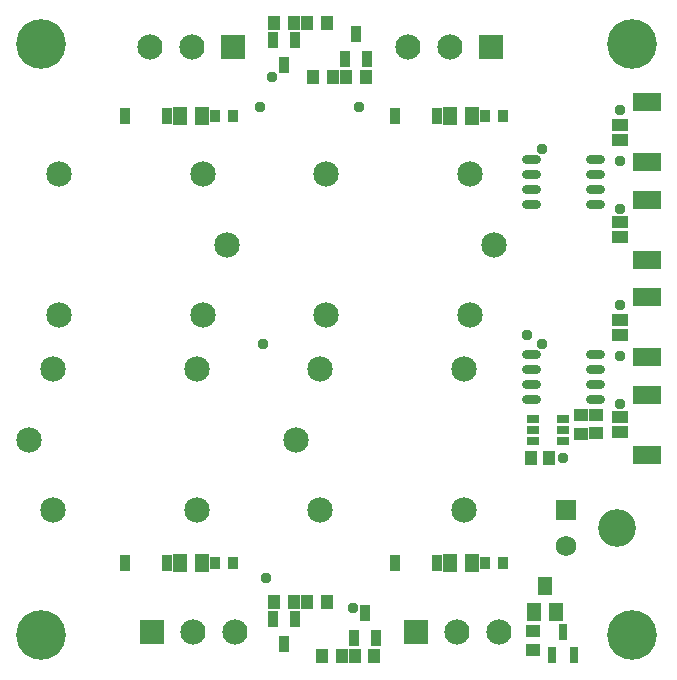
<source format=gbr>
G04 EAGLE Gerber RS-274X export*
G75*
%MOMM*%
%FSLAX34Y34*%
%LPD*%
%INSoldermask Top*%
%IPPOS*%
%AMOC8*
5,1,8,0,0,1.08239X$1,22.5*%
G01*
G04 Define Apertures*
%ADD10C,4.203200*%
%ADD11R,1.403200X1.003200*%
%ADD12R,2.353200X1.503200*%
%ADD13R,2.133600X2.133600*%
%ADD14C,2.133600*%
%ADD15C,2.153200*%
%ADD16R,0.828000X1.426700*%
%ADD17C,0.803200*%
%ADD18R,1.234400X1.623400*%
%ADD19R,1.001900X1.177100*%
%ADD20R,0.863600X1.397000*%
%ADD21R,0.815000X1.115000*%
%ADD22R,1.733200X1.733200*%
%ADD23C,1.733200*%
%ADD24C,3.200400*%
%ADD25R,1.104900X0.711200*%
%ADD26R,1.173400X1.103200*%
%ADD27R,1.173400X1.135800*%
%ADD28R,1.173400X1.124100*%
%ADD29R,1.124100X1.173400*%
%ADD30R,1.203200X1.603200*%
%ADD31R,0.793200X1.463200*%
%ADD32R,1.177100X1.001900*%
%ADD33C,0.959600*%
D10*
X0Y0D03*
X0Y500000D03*
X500000Y500000D03*
X500000Y0D03*
D11*
X490378Y419100D03*
X490378Y431600D03*
D12*
X513328Y400100D03*
X513328Y450600D03*
D11*
X490378Y336550D03*
X490378Y349050D03*
D12*
X513328Y317550D03*
X513328Y368050D03*
D11*
X490378Y254000D03*
X490378Y266500D03*
D12*
X513328Y235000D03*
X513328Y285500D03*
D11*
X490378Y171450D03*
X490378Y183950D03*
D12*
X513328Y152450D03*
X513328Y202950D03*
D13*
X162560Y497840D03*
D14*
X127560Y497840D03*
X92560Y497840D03*
D13*
X381000Y497840D03*
D14*
X346000Y497840D03*
X311000Y497840D03*
D13*
X317500Y2540D03*
D14*
X352500Y2540D03*
X387500Y2540D03*
D13*
X93980Y2540D03*
D14*
X128980Y2540D03*
X163980Y2540D03*
D15*
X157380Y330200D03*
X137380Y390200D03*
X15160Y390200D03*
X15160Y270200D03*
X137380Y270200D03*
X383440Y330200D03*
X363440Y390200D03*
X241220Y390200D03*
X241220Y270200D03*
X363440Y270200D03*
X216000Y165100D03*
X236000Y105100D03*
X358220Y105100D03*
X358220Y225100D03*
X236000Y225100D03*
X-10060Y165100D03*
X9940Y105100D03*
X132160Y105100D03*
X132160Y225100D03*
X9940Y225100D03*
D16*
X215240Y503400D03*
X196240Y503400D03*
X205740Y482120D03*
X257200Y487200D03*
X276200Y487200D03*
X266700Y508480D03*
X264820Y-3020D03*
X283820Y-3020D03*
X274320Y18260D03*
X215240Y13180D03*
X196240Y13180D03*
X205740Y-8100D03*
D17*
X464960Y364490D02*
X473460Y364490D01*
X473460Y377190D02*
X464960Y377190D01*
X464960Y389890D02*
X473460Y389890D01*
X473460Y402590D02*
X464960Y402590D01*
X418960Y402590D02*
X410460Y402590D01*
X410460Y389890D02*
X418960Y389890D01*
X418960Y377190D02*
X410460Y377190D01*
X410460Y364490D02*
X418960Y364490D01*
X464960Y199390D02*
X473460Y199390D01*
X473460Y212090D02*
X464960Y212090D01*
X464960Y224790D02*
X473460Y224790D01*
X473460Y237490D02*
X464960Y237490D01*
X418960Y237490D02*
X410460Y237490D01*
X410460Y224790D02*
X418960Y224790D01*
X418960Y212090D02*
X410460Y212090D01*
X410460Y199390D02*
X418960Y199390D01*
D18*
X136195Y439420D03*
X117805Y439420D03*
D19*
X225528Y518160D03*
X241832Y518160D03*
X197588Y518160D03*
X213892Y518160D03*
D18*
X364795Y439420D03*
X346405Y439420D03*
D19*
X246912Y472440D03*
X230608Y472440D03*
X274852Y472440D03*
X258548Y472440D03*
D18*
X364795Y60960D03*
X346405Y60960D03*
D19*
X254532Y-17780D03*
X238228Y-17780D03*
X282057Y-17780D03*
X265753Y-17780D03*
D18*
X136195Y60960D03*
X117805Y60960D03*
D19*
X225528Y27940D03*
X241832Y27940D03*
X197588Y27940D03*
X213892Y27940D03*
D20*
X299974Y439420D03*
X335026Y439420D03*
X71374Y439420D03*
X106426Y439420D03*
D21*
X391040Y439420D03*
X376040Y439420D03*
X162440Y439420D03*
X147440Y439420D03*
D20*
X71374Y60960D03*
X106426Y60960D03*
X299974Y60960D03*
X335026Y60960D03*
D21*
X162440Y60476D03*
X147440Y60476D03*
X391040Y60960D03*
X376040Y60960D03*
D22*
X444500Y105215D03*
D23*
X444500Y75215D03*
D24*
X487680Y90229D03*
D25*
X416242Y182882D03*
X416242Y173382D03*
X416242Y163882D03*
X442278Y163882D03*
X442278Y173382D03*
X442278Y182882D03*
D26*
X469900Y185798D03*
D27*
X469900Y170259D03*
D28*
X457200Y170054D03*
X457200Y185546D03*
D29*
X414719Y149860D03*
X430211Y149860D03*
D30*
X426720Y41480D03*
X436220Y19480D03*
X417220Y19480D03*
D31*
X441960Y2180D03*
X432460Y-17420D03*
X451460Y-17420D03*
D32*
X416560Y-13232D03*
X416560Y3072D03*
D33*
X187960Y246380D03*
X411480Y254000D03*
X490220Y444500D03*
X490220Y360680D03*
X490220Y401320D03*
X424180Y411480D03*
X424180Y246380D03*
X441960Y149860D03*
X264160Y22860D03*
X190500Y48260D03*
X185420Y447040D03*
X269240Y447040D03*
X195580Y472440D03*
X490220Y279400D03*
X490220Y195580D03*
X490220Y236220D03*
M02*

</source>
